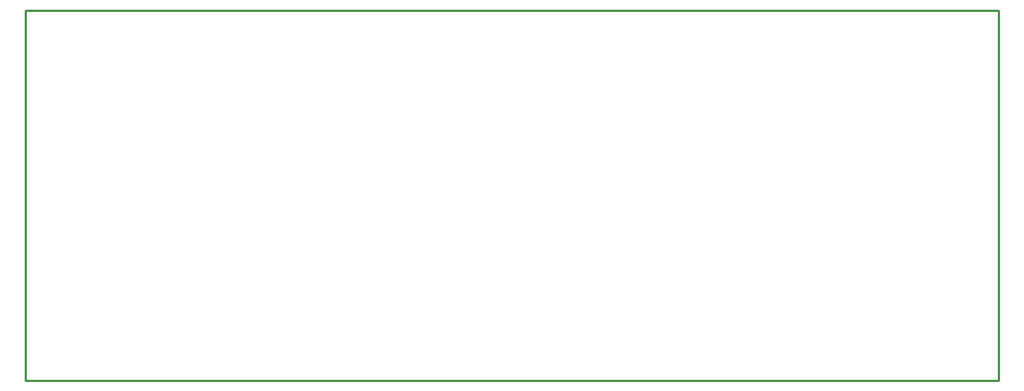
<source format=gbr>
G04 EAGLE Gerber RS-274X export*
G75*
%MOMM*%
%FSLAX34Y34*%
%LPD*%
%IN*%
%IPPOS*%
%AMOC8*
5,1,8,0,0,1.08239X$1,22.5*%
G01*
%ADD10C,0.254000*%


D10*
X139700Y63500D02*
X1241300Y63500D01*
X1241300Y482500D01*
X139700Y482500D01*
X139700Y63500D01*
M02*

</source>
